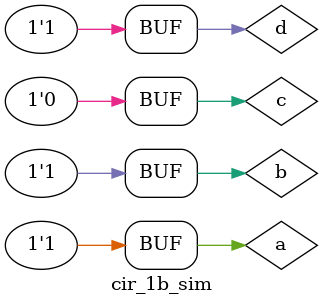
<source format=v>
`timescale 1ns / 1ps



module cir_1b_sim();
  reg a,b,c,d;
  wire out;
  
  cir_1b uut(.a(a), .b(b), .c(c), .d(d), .x(out));
  initial begin
    #100 a=0; b=0; c=1; d=1;
    #100 a=1; b=0; c=1; d=0;
    #100 a=1; b=1; c=0; d=0;
    #100 a=0; b=0; c=1; d=1;
    #100 a=1; b=0; c=1; d=1;
    #100 a=1; b=1; c=1; d=1;
    #100 a=1; b=1; c=0; d=1;
  end
endmodule

</source>
